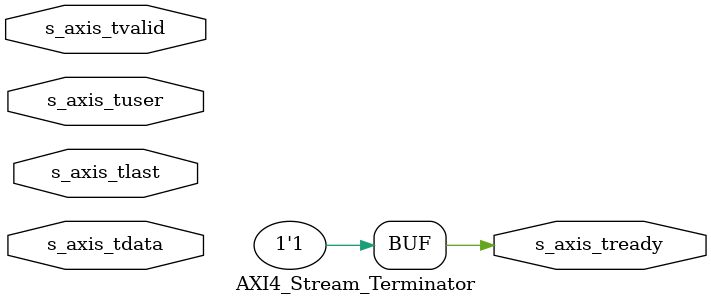
<source format=v>
`timescale 1ns / 1ps
module AXI4_Stream_Terminator
       (
       input s_axis_tuser,
       input s_axis_tvalid,
       input s_axis_tlast,
       input [47:0]s_axis_tdata,
       //
       output  s_axis_tready
       );
/////////////
assign  s_axis_tready=1'b1;
//////////
endmodule



</source>
